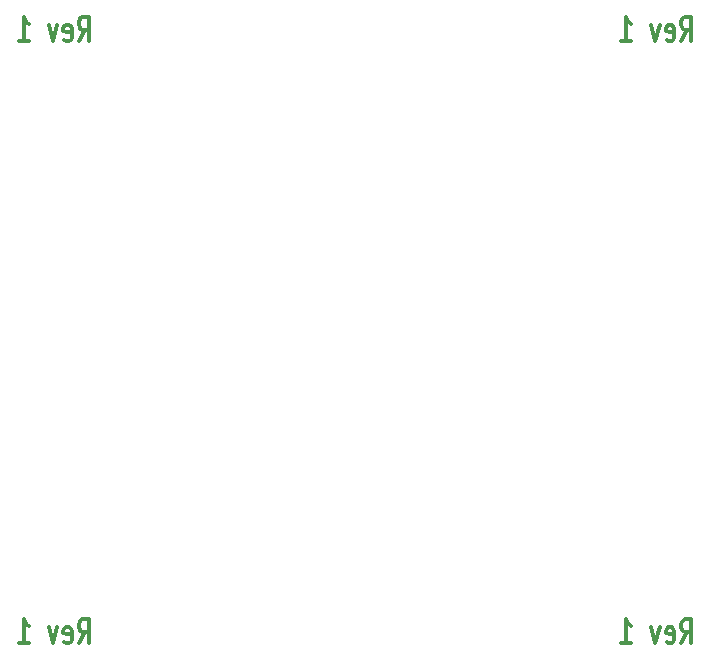
<source format=gbo>
%MOIN*%
%OFA0B0*%
%FSLAX46Y46*%
%IPPOS*%
%LPD*%
%ADD10C,0.012000000000000002*%
%ADD21C,0.012000000000000002*%
%ADD22C,0.012000000000000002*%
%ADD23C,0.012000000000000002*%
G01*
D10*
X0001052727Y0000081644D02*
X0001072727Y0000119739D01*
X0001087013Y0000081644D02*
X0001087013Y0000161644D01*
X0001064156Y0000161644D01*
X0001058442Y0000157834D01*
X0001055584Y0000154025D01*
X0001052727Y0000146406D01*
X0001052727Y0000134977D01*
X0001055584Y0000127358D01*
X0001058442Y0000123548D01*
X0001064156Y0000119739D01*
X0001087013Y0000119739D01*
X0001004156Y0000085453D02*
X0001009870Y0000081644D01*
X0001021299Y0000081644D01*
X0001027013Y0000085453D01*
X0001029870Y0000093072D01*
X0001029870Y0000123548D01*
X0001027013Y0000131167D01*
X0001021299Y0000134977D01*
X0001009870Y0000134977D01*
X0001004156Y0000131167D01*
X0001001299Y0000123548D01*
X0001001299Y0000115929D01*
X0001029870Y0000108310D01*
X0000981299Y0000134977D02*
X0000967013Y0000081644D01*
X0000952727Y0000134977D01*
X0000852727Y0000081644D02*
X0000887013Y0000081644D01*
X0000869870Y0000081644D02*
X0000869870Y0000161644D01*
X0000875584Y0000150215D01*
X0000881299Y0000142596D01*
X0000887013Y0000138787D01*
G04 next file*
G04 #@! TF.GenerationSoftware,KiCad,Pcbnew,(6.0.1)*
G04 #@! TF.CreationDate,2022-05-17T17:19:42-04:00*
G04 #@! TF.ProjectId,VGAX49,56474158-3439-42e6-9b69-6361645f7063,X1*
G04 #@! TF.SameCoordinates,Original*
G04 #@! TF.FileFunction,Legend,Bot*
G04 #@! TF.FilePolarity,Positive*
G04 Gerber Fmt 4.6, Leading zero omitted, Abs format (unit mm)*
G04 Created by KiCad (PCBNEW (6.0.1)) date 2022-05-17 17:19:42*
G01*
G04 APERTURE LIST*
G04 APERTURE END LIST*
D21*
X0003060601Y0002089518D02*
X0003080601Y0002127613D01*
X0003094887Y0002089518D02*
X0003094887Y0002169518D01*
X0003072030Y0002169518D01*
X0003066316Y0002165708D01*
X0003063458Y0002161899D01*
X0003060601Y0002154280D01*
X0003060601Y0002142851D01*
X0003063458Y0002135232D01*
X0003066316Y0002131422D01*
X0003072030Y0002127613D01*
X0003094887Y0002127613D01*
X0003012030Y0002093327D02*
X0003017744Y0002089518D01*
X0003029173Y0002089518D01*
X0003034887Y0002093327D01*
X0003037744Y0002100946D01*
X0003037744Y0002131422D01*
X0003034887Y0002139042D01*
X0003029173Y0002142851D01*
X0003017744Y0002142851D01*
X0003012030Y0002139042D01*
X0003009173Y0002131422D01*
X0003009173Y0002123803D01*
X0003037744Y0002116184D01*
X0002989173Y0002142851D02*
X0002974887Y0002089518D01*
X0002960601Y0002142851D01*
X0002860601Y0002089518D02*
X0002894887Y0002089518D01*
X0002877744Y0002089518D02*
X0002877744Y0002169518D01*
X0002883458Y0002158089D01*
X0002889173Y0002150470D01*
X0002894887Y0002146661D01*
G04 next file*
G04 #@! TF.GenerationSoftware,KiCad,Pcbnew,(6.0.1)*
G04 #@! TF.CreationDate,2022-05-17T17:19:42-04:00*
G04 #@! TF.ProjectId,VGAX49,56474158-3439-42e6-9b69-6361645f7063,X1*
G04 #@! TF.SameCoordinates,Original*
G04 #@! TF.FileFunction,Legend,Bot*
G04 #@! TF.FilePolarity,Positive*
G04 Gerber Fmt 4.6, Leading zero omitted, Abs format (unit mm)*
G04 Created by KiCad (PCBNEW (6.0.1)) date 2022-05-17 17:19:42*
G01*
G04 APERTURE LIST*
G04 APERTURE END LIST*
D22*
X0003060601Y0000081644D02*
X0003080601Y0000119739D01*
X0003094887Y0000081644D02*
X0003094887Y0000161644D01*
X0003072030Y0000161644D01*
X0003066316Y0000157834D01*
X0003063458Y0000154025D01*
X0003060601Y0000146406D01*
X0003060601Y0000134977D01*
X0003063458Y0000127358D01*
X0003066316Y0000123548D01*
X0003072030Y0000119739D01*
X0003094887Y0000119739D01*
X0003012030Y0000085453D02*
X0003017744Y0000081644D01*
X0003029173Y0000081644D01*
X0003034887Y0000085453D01*
X0003037744Y0000093072D01*
X0003037744Y0000123548D01*
X0003034887Y0000131167D01*
X0003029173Y0000134977D01*
X0003017744Y0000134977D01*
X0003012030Y0000131167D01*
X0003009173Y0000123548D01*
X0003009173Y0000115929D01*
X0003037744Y0000108310D01*
X0002989173Y0000134977D02*
X0002974887Y0000081644D01*
X0002960601Y0000134977D01*
X0002860601Y0000081644D02*
X0002894887Y0000081644D01*
X0002877744Y0000081644D02*
X0002877744Y0000161644D01*
X0002883458Y0000150215D01*
X0002889173Y0000142596D01*
X0002894887Y0000138787D01*
G04 next file*
G04 #@! TF.GenerationSoftware,KiCad,Pcbnew,(6.0.1)*
G04 #@! TF.CreationDate,2022-05-17T17:19:42-04:00*
G04 #@! TF.ProjectId,VGAX49,56474158-3439-42e6-9b69-6361645f7063,X1*
G04 #@! TF.SameCoordinates,Original*
G04 #@! TF.FileFunction,Legend,Bot*
G04 #@! TF.FilePolarity,Positive*
G04 Gerber Fmt 4.6, Leading zero omitted, Abs format (unit mm)*
G04 Created by KiCad (PCBNEW (6.0.1)) date 2022-05-17 17:19:42*
G01*
G04 APERTURE LIST*
G04 APERTURE END LIST*
D23*
X0001052727Y0002089518D02*
X0001072727Y0002127613D01*
X0001087013Y0002089518D02*
X0001087013Y0002169518D01*
X0001064156Y0002169518D01*
X0001058442Y0002165708D01*
X0001055584Y0002161899D01*
X0001052727Y0002154280D01*
X0001052727Y0002142851D01*
X0001055584Y0002135232D01*
X0001058442Y0002131422D01*
X0001064156Y0002127613D01*
X0001087013Y0002127613D01*
X0001004156Y0002093327D02*
X0001009870Y0002089518D01*
X0001021299Y0002089518D01*
X0001027013Y0002093327D01*
X0001029870Y0002100946D01*
X0001029870Y0002131422D01*
X0001027013Y0002139042D01*
X0001021299Y0002142851D01*
X0001009870Y0002142851D01*
X0001004156Y0002139042D01*
X0001001299Y0002131422D01*
X0001001299Y0002123803D01*
X0001029870Y0002116184D01*
X0000981299Y0002142851D02*
X0000967013Y0002089518D01*
X0000952727Y0002142851D01*
X0000852727Y0002089518D02*
X0000887013Y0002089518D01*
X0000869870Y0002089518D02*
X0000869870Y0002169518D01*
X0000875584Y0002158089D01*
X0000881299Y0002150470D01*
X0000887013Y0002146661D01*
M02*
</source>
